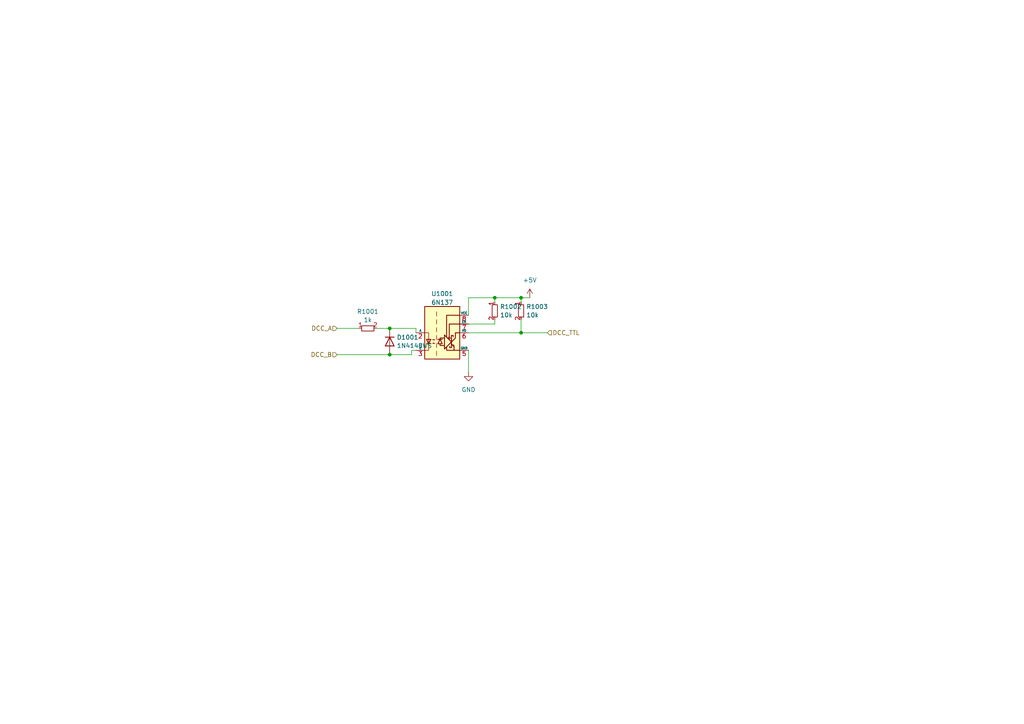
<source format=kicad_sch>
(kicad_sch (version 20231120) (generator "eeschema") (generator_version "8.0")
  (paper "A4")
  (lib_symbols
    (symbol "Isolator:6N137" (pin_names (offset 0))
      (property "Reference" "U" (at -4.064 8.89 0))
      (property "Value" "6N137" (at 0 -8.89 0))
      (symbol "6N137_0_1"
        (polyline (pts (xy 2.667 -3.556) (xy 2.667 -1.651)) (stroke (width 0.254)))
        (polyline (pts (xy 2.667 -2.159) (xy 2.667 -2.921)) (stroke (width 0.254)))
        (polyline (pts (xy 3.429 -3.937) (xy 3.429 -5.08)) (stroke (width 0.254)))
        (polyline (pts (xy -0.635 -3.302) (xy -0.635 -3.683) (xy 0.635 -3.683)) (stroke (width 0.254)))
        (polyline (pts (xy -0.635 -1.905) (xy -0.635 -1.524) (xy 0.508 -1.524)) (stroke (width 0.254)))
        (polyline (pts (xy 1.27 -4.064) (xy 1.27 -5.08) (xy 5.08 -5.08)) (stroke (width 0.254)))
        (polyline (pts (xy 1.27 -1.27) (xy 1.27 5.08) (xy 5.08 5.08)) (stroke (width 0.254)))
        (polyline (pts (xy 2.032 -1.27) (xy 2.032 2.54) (xy 5.08 2.54)) (stroke (width 0.254)))
        (polyline (pts (xy -5.08 -5.08) (xy -3.937 -5.08) (xy -3.937 0) (xy -5.08 0)))
        (polyline (pts (xy 2.667 -3.302) (xy 2.667 -4.318) (xy 2.159 -4.318) (xy 2.159 -3.937)) (stroke (width 0.254)))
        (polyline (pts (xy 2.667 -2.667) (xy 0.635 -4.699) (xy 0.635 -0.635) (xy 2.667 -2.667)) (stroke (width 0.254)))
        (polyline (pts (xy 2.667 -1.778) (xy 2.667 -0.762) (xy 3.175 -0.762) (xy 3.175 -1.143)) (stroke (width 0.254)))
        (polyline (pts (xy 2.794 -2.54) (xy 3.81 -1.524) (xy 3.81 0) (xy 5.08 0)) (stroke (width 0.254)))
        (polyline (pts (xy 2.667 -3.175) (xy 3.429 -3.937) (xy 3.302 -3.556) (xy 3.048 -3.81) (xy 3.429 -3.937)) (stroke (width 0.254)))
        (circle (center 2.032 -1.524) (radius 0.254) (stroke (width 0.254)))
      )
      (symbol "6N137_1_1"
        (rectangle (start -5.08 7.62) (end 5.08 -7.62) (stroke (width 0.254)) (fill (type background)))
        (polyline (pts (xy -4.572 -3.175) (xy -3.302 -3.175)) (stroke (width 0.254)))
        (polyline (pts (xy -1.651 -5.334) (xy -1.651 -6.604)))
        (polyline (pts (xy -1.651 -3.048) (xy -1.651 -4.318)))
        (polyline (pts (xy -1.651 -0.762) (xy -1.651 -2.032)))
        (polyline (pts (xy -1.651 1.524) (xy -1.651 0.254)))
        (polyline (pts (xy -1.651 3.81) (xy -1.651 2.54)))
        (polyline (pts (xy -1.651 6.096) (xy -1.651 4.826)))
        (polyline (pts (xy -1.27 -1.905) (xy 0 -1.905)) (stroke (width 0.254)))
        (polyline (pts (xy -3.937 -3.175) (xy -4.572 -1.905) (xy -3.302 -1.905) (xy -3.937 -3.175)) (stroke (width 0.254)))
        (polyline (pts (xy -0.635 -1.905) (xy -1.27 -3.175) (xy 0 -3.175) (xy -0.635 -1.905)) (stroke (width 0.254)))
        (polyline (pts (xy -2.921 -3.048) (xy -2.159 -3.048) (xy -2.54 -3.175) (xy -2.54 -2.921) (xy -2.159 -3.048)) (stroke (width 0.127)))
        (polyline (pts (xy -2.921 -2.032) (xy -2.159 -2.032) (xy -2.54 -2.159) (xy -2.54 -1.905) (xy -2.159 -2.032)) (stroke (width 0.127)))
        (pin no_connect line (at -5.08 5.08 0) (length 2.54) hide (name "NC") (number "1"))
        (pin passive line (at -7.62 0 0) (length 2.54) (name "A") (number "2"))
        (pin passive line (at -7.62 -5.08 0) (length 2.54) (name "C") (number "3"))
        (pin power_in line (at 7.62 -5.08 180) (length 2.54) (name "GND") (number "5"))
        (pin open_collector line (at 7.62 0 180) (length 2.54) (name "VO") (number "6"))
        (pin input line (at 7.62 2.54 180) (length 2.54) (name "EN") (number "7"))
        (pin power_in line (at 7.62 5.08 180) (length 2.54) (name "VCC") (number "8"))
      )
    )
    (symbol "custom_kicad_lib_sk:1N4148WS" (pin_numbers hide) (pin_names hide)
      (property "Reference" "D" (at 0 2.54 0))
      (property "Value" "1N4148WS" (at 0 -2.54 0))
      (symbol "1N4148WS_0_1"
        (polyline (pts (xy -1.27 1.27) (xy -1.27 -1.27)) (stroke (width 0.254)))
        (polyline (pts (xy 1.27 0) (xy -1.27 0)))
        (polyline (pts (xy 1.27 1.27) (xy 1.27 -1.27) (xy -1.27 0) (xy 1.27 1.27)) (stroke (width 0.254)))
      )
      (symbol "1N4148WS_1_1"
        (pin passive line (at -3.81 0 0) (length 2.54) (name "K") (number "1"))
        (pin passive line (at 3.81 0 180) (length 2.54) (name "A") (number "2"))
      )
    )
    (symbol "power:+5V" (power) (pin_numbers hide) (pin_names (offset 0) hide)
      (property "Value" "+5V" (at 0 3.556 0))
      (symbol "+5V_0_1"
        (polyline (pts (xy -0.762 1.27) (xy 0 2.54)))
        (polyline (pts (xy 0 0) (xy 0 2.54)))
        (polyline (pts (xy 0 2.54) (xy 0.762 1.27)))
      )
      (symbol "+5V_1_1"
        (pin power_in line (at 0 0 90) (length 0) (name "~") (number "1"))
      )
    )
    (symbol "power:GND" (power) (pin_numbers hide) (pin_names (offset 0) hide)
      (property "Value" "GND" (at 0 -3.81 0))
      (symbol "GND_0_1"
        (polyline (pts (xy 0 0) (xy 0 -1.27) (xy 1.27 -1.27) (xy 0 -2.54) (xy -1.27 -1.27) (xy 0 -1.27)))
      )
      (symbol "GND_1_1"
        (pin power_in line (at 0 0 270) (length 0) (name "~") (number "1"))
      )
    )
    (symbol "resistors_0603:R_10k_0603"
      (property "Reference" "R" (at 1.27 2.54 0))
      (property "Value" "10k" (at 2.54 -2.54 0))
      (symbol "R_10k_0603_0_1"
        (rectangle (start -0.762 1.778) (end 0.762 -1.778) (stroke (width 0.2032)))
      )
      (symbol "R_10k_0603_1_1"
        (pin passive line (at 0 2.54 270) (length 0.762) (name "~") (number "1"))
        (pin passive line (at 0 -2.54 90) (length 0.762) (name "~") (number "2"))
      )
    )
    (symbol "resistors_0603:R_1k_0603"
      (property "Reference" "R" (at 1.27 2.54 0))
      (property "Value" "1k" (at 2.54 -2.54 0))
      (symbol "R_1k_0603_0_1"
        (rectangle (start -0.762 1.778) (end 0.762 -1.778) (stroke (width 0.2032)))
      )
      (symbol "R_1k_0603_1_1"
        (pin passive line (at 0 2.54 270) (length 0.762) (name "~") (number "1"))
        (pin passive line (at 0 -2.54 90) (length 0.762) (name "~") (number "2"))
      )
    )
  )
  (junction (at 151.13 96.52))
  (junction (at 151.13 86.36))
  (junction (at 113.03 102.87))
  (junction (at 143.51 86.36))
  (junction (at 113.03 95.25))
  (wire (pts (xy 151.13 86.36) (xy 153.67 86.36)))
  (wire (pts (xy 135.89 101.6) (xy 135.89 107.95)))
  (wire (pts (xy 143.51 86.36) (xy 151.13 86.36)))
  (wire (pts (xy 143.51 86.36) (xy 143.51 87.63)))
  (wire (pts (xy 151.13 96.52) (xy 158.75 96.52)))
  (wire (pts (xy 97.79 102.87) (xy 113.03 102.87)))
  (wire (pts (xy 135.89 96.52) (xy 151.13 96.52)))
  (wire (pts (xy 113.03 102.87) (xy 119.38 102.87)))
  (wire (pts (xy 143.51 92.71) (xy 143.51 93.98)))
  (wire (pts (xy 119.38 101.6) (xy 119.38 102.87)))
  (wire (pts (xy 120.65 96.52) (xy 120.65 95.25)))
  (wire (pts (xy 135.89 93.98) (xy 143.51 93.98)))
  (wire (pts (xy 135.89 86.36) (xy 143.51 86.36)))
  (wire (pts (xy 135.89 91.44) (xy 135.89 86.36)))
  (wire (pts (xy 97.79 95.25) (xy 104.14 95.25)))
  (wire (pts (xy 151.13 86.36) (xy 151.13 87.63)))
  (wire (pts (xy 151.13 92.71) (xy 151.13 96.52)))
  (wire (pts (xy 120.65 101.6) (xy 119.38 101.6)))
  (wire (pts (xy 113.03 95.25) (xy 120.65 95.25)))
  (wire (pts (xy 109.22 95.25) (xy 113.03 95.25)))
  (hierarchical_label "DCC_A" (shape input) (at 97.79 95.25 180))
  (hierarchical_label "DCC_TTL" (shape input) (at 158.75 96.52 0))
  (hierarchical_label "DCC_B" (shape input) (at 97.79 102.87 180))
  (symbol (lib_id "power:GND") (at 135.89 107.95 0) (unit 1)
    (property "Reference" "#PWR022" (effects (hide yes)))
    (property "Value" "GND" (at 135.89 113.03 0))
    (property "Description" "Power symbol creates a global label with name \"GND\" , ground" (effects (hide yes)))
  )
  (symbol (lib_id "power:+5V") (at 153.67 86.36 0) (unit 1)
    (property "Reference" "#PWR021" (effects (hide yes)))
    (property "Value" "+5V" (at 153.67 81.28 0))
    (property "Description" "Power symbol creates a global label with name \"+5V\"" (effects (hide yes)))
  )
  (symbol (lib_id "resistors_0603:R_10k_0603") (at 143.51 90.17 0) (unit 1)
    (property "Reference" "R1002" (at 145.0086 88.9579 0) (effects (justify left)))
    (property "Value" "10k" (at 145.0086 91.3821 0) (effects (justify left)))
    (property "Footprint" "custom_kicad_lib_sk:R_0603_smalltext" (effects (hide yes)))
    (property "JLCPCB Part#" "C25804" (effects (hide yes)))
  )
  (symbol (lib_id "resistors_0603:R_10k_0603") (at 151.13 90.17 0) (unit 1)
    (property "Reference" "R1003" (at 152.6286 88.9579 0) (effects (justify left)))
    (property "Value" "10k" (at 152.6286 91.3821 0) (effects (justify left)))
    (property "Footprint" "custom_kicad_lib_sk:R_0603_smalltext" (effects (hide yes)))
    (property "JLCPCB Part#" "C25804" (effects (hide yes)))
  )
  (symbol (lib_id "custom_kicad_lib_sk:1N4148WS") (at 113.03 99.06 270) (unit 1)
    (property "Reference" "D1001" (at 115.062 97.8479 90) (effects (justify left)))
    (property "Value" "1N4148WS" (at 115.062 100.2721 90) (effects (justify left)))
    (property "Footprint" "Diode_SMD:D_SOD-323" (effects (hide yes)))
    (property "Datasheet" "https://www.vishay.com/docs/85751/1n4148ws.pdf" (effects (hide yes)))
    (property "Sim.Device" "D" (effects (hide yes)))
    (property "Sim.Pins" "1=K 2=A" (effects (hide yes)))
    (property "JLCPCB Part#" "C2128" (effects (hide yes)))
  )
  (symbol (lib_id "resistors_0603:R_1k_0603") (at 106.68 95.25 90) (unit 1)
    (property "Reference" "R1001" (at 106.68 90.3691 90))
    (property "Value" "1k" (at 106.68 92.7933 90))
    (property "Footprint" "custom_kicad_lib_sk:R_0603_smalltext" (effects (hide yes)))
    (property "JLCPCB Part#" "C21190" (effects (hide yes)))
  )
  (symbol (lib_id "Isolator:6N137") (at 128.27 96.52 0) (unit 1)
    (property "Reference" "U1001" (at 128.27 85.2002 0))
    (property "Value" "6N137" (at 128.27 87.7371 0))
    (property "Footprint" "Package_SO:SOP-8_6.62x9.15mm_P2.54mm" (effects (hide yes)))
    (property "Datasheet" "https://datasheet.lcsc.com/szlcsc/1908282202_Everlight-Elec-6N137S1-TA_C110020.pdf" (effects (hide yes)))
    (property "JLCPCB Part#" "C110020" (effects (hide yes)))
    (instances (project "DCC" (path "" (reference "U1001") (unit 1))) (project "OS-servoDriver" (path "" (reference "U1001") (unit 1))) (project "general_schematics" (path "" (reference "U701") (unit 1))))
  )
)
</source>
